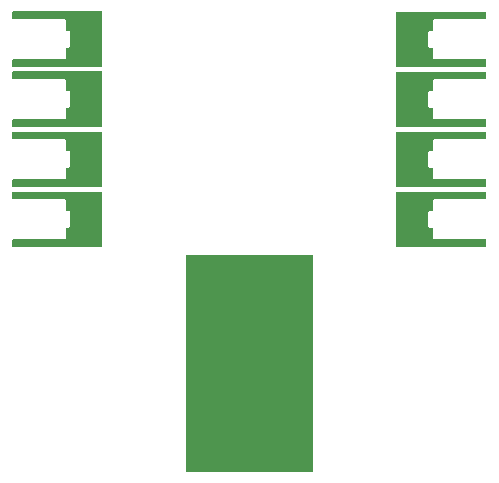
<source format=gbr>
G04 #@! TF.GenerationSoftware,KiCad,Pcbnew,5.1.4*
G04 #@! TF.CreationDate,2022-02-05T09:52:07-07:00*
G04 #@! TF.ProjectId,sleigh,736c6569-6768-42e6-9b69-6361645f7063,rev?*
G04 #@! TF.SameCoordinates,Original*
G04 #@! TF.FileFunction,Soldermask,Top*
G04 #@! TF.FilePolarity,Negative*
%FSLAX46Y46*%
G04 Gerber Fmt 4.6, Leading zero omitted, Abs format (unit mm)*
G04 Created by KiCad (PCBNEW 5.1.4) date 2022-02-05 09:52:07*
%MOMM*%
%LPD*%
G04 APERTURE LIST*
%ADD10C,0.100000*%
G04 APERTURE END LIST*
D10*
G36*
X157734000Y-110744000D02*
G01*
X147066000Y-110744000D01*
X147066000Y-92456000D01*
X157734000Y-92456000D01*
X157734000Y-110744000D01*
G37*
X157734000Y-110744000D02*
X147066000Y-110744000D01*
X147066000Y-92456000D01*
X157734000Y-92456000D01*
X157734000Y-110744000D01*
G36*
X154580000Y-94577000D02*
G01*
X154220000Y-94577000D01*
X154220000Y-92875000D01*
X154580000Y-92875000D01*
X154580000Y-94577000D01*
X154580000Y-94577000D01*
G37*
G36*
X148801000Y-94577000D02*
G01*
X147199000Y-94577000D01*
X147199000Y-92475000D01*
X148801000Y-92475000D01*
X148801000Y-94577000D01*
X148801000Y-94577000D01*
G37*
G36*
X157601000Y-94577000D02*
G01*
X155999000Y-94577000D01*
X155999000Y-92475000D01*
X157601000Y-92475000D01*
X157601000Y-94577000D01*
X157601000Y-94577000D01*
G37*
G36*
X149780000Y-94577000D02*
G01*
X149420000Y-94577000D01*
X149420000Y-92875000D01*
X149780000Y-92875000D01*
X149780000Y-94577000D01*
X149780000Y-94577000D01*
G37*
G36*
X150580000Y-94577000D02*
G01*
X150220000Y-94577000D01*
X150220000Y-92875000D01*
X150580000Y-92875000D01*
X150580000Y-94577000D01*
X150580000Y-94577000D01*
G37*
G36*
X151380000Y-94577000D02*
G01*
X151020000Y-94577000D01*
X151020000Y-92875000D01*
X151380000Y-92875000D01*
X151380000Y-94577000D01*
X151380000Y-94577000D01*
G37*
G36*
X152180000Y-94577000D02*
G01*
X151820000Y-94577000D01*
X151820000Y-92875000D01*
X152180000Y-92875000D01*
X152180000Y-94577000D01*
X152180000Y-94577000D01*
G37*
G36*
X152980000Y-94577000D02*
G01*
X152620000Y-94577000D01*
X152620000Y-92875000D01*
X152980000Y-92875000D01*
X152980000Y-94577000D01*
X152980000Y-94577000D01*
G37*
G36*
X153780000Y-94577000D02*
G01*
X153420000Y-94577000D01*
X153420000Y-92875000D01*
X153780000Y-92875000D01*
X153780000Y-94577000D01*
X153780000Y-94577000D01*
G37*
G36*
X155380000Y-94577000D02*
G01*
X155020000Y-94577000D01*
X155020000Y-92875000D01*
X155380000Y-92875000D01*
X155380000Y-94577000D01*
X155380000Y-94577000D01*
G37*
G36*
X139903999Y-87097737D02*
G01*
X139913608Y-87100652D01*
X139922472Y-87105390D01*
X139930237Y-87111763D01*
X139936610Y-87119528D01*
X139941348Y-87128392D01*
X139944263Y-87138001D01*
X139945852Y-87154140D01*
X139945852Y-88691859D01*
X139944090Y-88709748D01*
X139944090Y-88734252D01*
X139945000Y-88738828D01*
X139945000Y-90158649D01*
X139943488Y-90173999D01*
X139944090Y-90186252D01*
X139945852Y-90204141D01*
X139945852Y-91741860D01*
X139944263Y-91757999D01*
X139941348Y-91767608D01*
X139936610Y-91776472D01*
X139930237Y-91784237D01*
X139922472Y-91790610D01*
X139913608Y-91795348D01*
X139903999Y-91798263D01*
X139887860Y-91799852D01*
X132400140Y-91799852D01*
X132384001Y-91798263D01*
X132374392Y-91795348D01*
X132365528Y-91790610D01*
X132357763Y-91784237D01*
X132351390Y-91776472D01*
X132346652Y-91767608D01*
X132343737Y-91757999D01*
X132342148Y-91741860D01*
X132342148Y-91204140D01*
X132343737Y-91188001D01*
X132346652Y-91178392D01*
X132351390Y-91169528D01*
X132357763Y-91161763D01*
X132365528Y-91155390D01*
X132374392Y-91150652D01*
X132384001Y-91147737D01*
X132400140Y-91146148D01*
X136717149Y-91146148D01*
X136741535Y-91143746D01*
X136764984Y-91136633D01*
X136786595Y-91125082D01*
X136805537Y-91109537D01*
X136821082Y-91090595D01*
X136832633Y-91068984D01*
X136839746Y-91045535D01*
X136842148Y-91021149D01*
X136842148Y-90204140D01*
X136843737Y-90188001D01*
X136846652Y-90178392D01*
X136851390Y-90169528D01*
X136857763Y-90161763D01*
X136865528Y-90155390D01*
X136874392Y-90150652D01*
X136884001Y-90147737D01*
X136900140Y-90146148D01*
X137118001Y-90146148D01*
X137142387Y-90143746D01*
X137165836Y-90136633D01*
X137187447Y-90125082D01*
X137206389Y-90109537D01*
X137221934Y-90090595D01*
X137233485Y-90068984D01*
X137240598Y-90045535D01*
X137243000Y-90021149D01*
X137243000Y-88874851D01*
X137240598Y-88850465D01*
X137233485Y-88827016D01*
X137221934Y-88805405D01*
X137206389Y-88786463D01*
X137187447Y-88770918D01*
X137165836Y-88759367D01*
X137142387Y-88752254D01*
X137118001Y-88749852D01*
X136900140Y-88749852D01*
X136884001Y-88748263D01*
X136874392Y-88745348D01*
X136865528Y-88740610D01*
X136857763Y-88734237D01*
X136851390Y-88726472D01*
X136846652Y-88717608D01*
X136843737Y-88707999D01*
X136842148Y-88691860D01*
X136842148Y-87874851D01*
X136839746Y-87850465D01*
X136832633Y-87827016D01*
X136821082Y-87805405D01*
X136805537Y-87786463D01*
X136786595Y-87770918D01*
X136764984Y-87759367D01*
X136741535Y-87752254D01*
X136717149Y-87749852D01*
X132400140Y-87749852D01*
X132384001Y-87748263D01*
X132374392Y-87745348D01*
X132365528Y-87740610D01*
X132357763Y-87734237D01*
X132351390Y-87726472D01*
X132346652Y-87717608D01*
X132343737Y-87707999D01*
X132342148Y-87691860D01*
X132342148Y-87154140D01*
X132343737Y-87138001D01*
X132346652Y-87128392D01*
X132351390Y-87119528D01*
X132357763Y-87111763D01*
X132365528Y-87105390D01*
X132374392Y-87100652D01*
X132384001Y-87097737D01*
X132400140Y-87096148D01*
X139887860Y-87096148D01*
X139903999Y-87097737D01*
X139903999Y-87097737D01*
G37*
G36*
X172415999Y-87097737D02*
G01*
X172425608Y-87100652D01*
X172434472Y-87105390D01*
X172442237Y-87111763D01*
X172448610Y-87119528D01*
X172453348Y-87128392D01*
X172456263Y-87138001D01*
X172457852Y-87154140D01*
X172457852Y-87691860D01*
X172456263Y-87707999D01*
X172453348Y-87717608D01*
X172448610Y-87726472D01*
X172442237Y-87734237D01*
X172434472Y-87740610D01*
X172425608Y-87745348D01*
X172415999Y-87748263D01*
X172399860Y-87749852D01*
X168082851Y-87749852D01*
X168058465Y-87752254D01*
X168035016Y-87759367D01*
X168013405Y-87770918D01*
X167994463Y-87786463D01*
X167978918Y-87805405D01*
X167967367Y-87827016D01*
X167960254Y-87850465D01*
X167957852Y-87874851D01*
X167957852Y-88691860D01*
X167956263Y-88707999D01*
X167953348Y-88717608D01*
X167948610Y-88726472D01*
X167942237Y-88734237D01*
X167934472Y-88740610D01*
X167925608Y-88745348D01*
X167915999Y-88748263D01*
X167899860Y-88749852D01*
X167681999Y-88749852D01*
X167657613Y-88752254D01*
X167634164Y-88759367D01*
X167612553Y-88770918D01*
X167593611Y-88786463D01*
X167578066Y-88805405D01*
X167566515Y-88827016D01*
X167559402Y-88850465D01*
X167557000Y-88874851D01*
X167557000Y-90021149D01*
X167559402Y-90045535D01*
X167566515Y-90068984D01*
X167578066Y-90090595D01*
X167593611Y-90109537D01*
X167612553Y-90125082D01*
X167634164Y-90136633D01*
X167657613Y-90143746D01*
X167681999Y-90146148D01*
X167899860Y-90146148D01*
X167915999Y-90147737D01*
X167925608Y-90150652D01*
X167934472Y-90155390D01*
X167942237Y-90161763D01*
X167948610Y-90169528D01*
X167953348Y-90178392D01*
X167956263Y-90188001D01*
X167957852Y-90204140D01*
X167957852Y-91021149D01*
X167960254Y-91045535D01*
X167967367Y-91068984D01*
X167978918Y-91090595D01*
X167994463Y-91109537D01*
X168013405Y-91125082D01*
X168035016Y-91136633D01*
X168058465Y-91143746D01*
X168082851Y-91146148D01*
X172399860Y-91146148D01*
X172415999Y-91147737D01*
X172425608Y-91150652D01*
X172434472Y-91155390D01*
X172442237Y-91161763D01*
X172448610Y-91169528D01*
X172453348Y-91178392D01*
X172456263Y-91188001D01*
X172457852Y-91204140D01*
X172457852Y-91741860D01*
X172456263Y-91757999D01*
X172453348Y-91767608D01*
X172448610Y-91776472D01*
X172442237Y-91784237D01*
X172434472Y-91790610D01*
X172425608Y-91795348D01*
X172415999Y-91798263D01*
X172399860Y-91799852D01*
X164912140Y-91799852D01*
X164896001Y-91798263D01*
X164886392Y-91795348D01*
X164877528Y-91790610D01*
X164869763Y-91784237D01*
X164863390Y-91776472D01*
X164858652Y-91767608D01*
X164855737Y-91757999D01*
X164854148Y-91741860D01*
X164854148Y-90204141D01*
X164855910Y-90186252D01*
X164855910Y-90161748D01*
X164855000Y-90157172D01*
X164855000Y-88737351D01*
X164856512Y-88722001D01*
X164855910Y-88709748D01*
X164854148Y-88691859D01*
X164854148Y-87154140D01*
X164855737Y-87138001D01*
X164858652Y-87128392D01*
X164863390Y-87119528D01*
X164869763Y-87111763D01*
X164877528Y-87105390D01*
X164886392Y-87100652D01*
X164896001Y-87097737D01*
X164912140Y-87096148D01*
X172399860Y-87096148D01*
X172415999Y-87097737D01*
X172415999Y-87097737D01*
G37*
G36*
X172415999Y-82017737D02*
G01*
X172425608Y-82020652D01*
X172434472Y-82025390D01*
X172442237Y-82031763D01*
X172448610Y-82039528D01*
X172453348Y-82048392D01*
X172456263Y-82058001D01*
X172457852Y-82074140D01*
X172457852Y-82611860D01*
X172456263Y-82627999D01*
X172453348Y-82637608D01*
X172448610Y-82646472D01*
X172442237Y-82654237D01*
X172434472Y-82660610D01*
X172425608Y-82665348D01*
X172415999Y-82668263D01*
X172399860Y-82669852D01*
X168082851Y-82669852D01*
X168058465Y-82672254D01*
X168035016Y-82679367D01*
X168013405Y-82690918D01*
X167994463Y-82706463D01*
X167978918Y-82725405D01*
X167967367Y-82747016D01*
X167960254Y-82770465D01*
X167957852Y-82794851D01*
X167957852Y-83611860D01*
X167956263Y-83627999D01*
X167953348Y-83637608D01*
X167948610Y-83646472D01*
X167942237Y-83654237D01*
X167934472Y-83660610D01*
X167925608Y-83665348D01*
X167915999Y-83668263D01*
X167899860Y-83669852D01*
X167681999Y-83669852D01*
X167657613Y-83672254D01*
X167634164Y-83679367D01*
X167612553Y-83690918D01*
X167593611Y-83706463D01*
X167578066Y-83725405D01*
X167566515Y-83747016D01*
X167559402Y-83770465D01*
X167557000Y-83794851D01*
X167557000Y-84941149D01*
X167559402Y-84965535D01*
X167566515Y-84988984D01*
X167578066Y-85010595D01*
X167593611Y-85029537D01*
X167612553Y-85045082D01*
X167634164Y-85056633D01*
X167657613Y-85063746D01*
X167681999Y-85066148D01*
X167899860Y-85066148D01*
X167915999Y-85067737D01*
X167925608Y-85070652D01*
X167934472Y-85075390D01*
X167942237Y-85081763D01*
X167948610Y-85089528D01*
X167953348Y-85098392D01*
X167956263Y-85108001D01*
X167957852Y-85124140D01*
X167957852Y-85941149D01*
X167960254Y-85965535D01*
X167967367Y-85988984D01*
X167978918Y-86010595D01*
X167994463Y-86029537D01*
X168013405Y-86045082D01*
X168035016Y-86056633D01*
X168058465Y-86063746D01*
X168082851Y-86066148D01*
X172399860Y-86066148D01*
X172415999Y-86067737D01*
X172425608Y-86070652D01*
X172434472Y-86075390D01*
X172442237Y-86081763D01*
X172448610Y-86089528D01*
X172453348Y-86098392D01*
X172456263Y-86108001D01*
X172457852Y-86124140D01*
X172457852Y-86661860D01*
X172456263Y-86677999D01*
X172453348Y-86687608D01*
X172448610Y-86696472D01*
X172442237Y-86704237D01*
X172434472Y-86710610D01*
X172425608Y-86715348D01*
X172415999Y-86718263D01*
X172399860Y-86719852D01*
X164912140Y-86719852D01*
X164896001Y-86718263D01*
X164886392Y-86715348D01*
X164877528Y-86710610D01*
X164869763Y-86704237D01*
X164863390Y-86696472D01*
X164858652Y-86687608D01*
X164855737Y-86677999D01*
X164854148Y-86661860D01*
X164854148Y-85124141D01*
X164855910Y-85106252D01*
X164855910Y-85081748D01*
X164855000Y-85077172D01*
X164855000Y-83657351D01*
X164856512Y-83642001D01*
X164855910Y-83629748D01*
X164854148Y-83611859D01*
X164854148Y-82074140D01*
X164855737Y-82058001D01*
X164858652Y-82048392D01*
X164863390Y-82039528D01*
X164869763Y-82031763D01*
X164877528Y-82025390D01*
X164886392Y-82020652D01*
X164896001Y-82017737D01*
X164912140Y-82016148D01*
X172399860Y-82016148D01*
X172415999Y-82017737D01*
X172415999Y-82017737D01*
G37*
G36*
X139903999Y-82017737D02*
G01*
X139913608Y-82020652D01*
X139922472Y-82025390D01*
X139930237Y-82031763D01*
X139936610Y-82039528D01*
X139941348Y-82048392D01*
X139944263Y-82058001D01*
X139945852Y-82074140D01*
X139945852Y-83611859D01*
X139944090Y-83629748D01*
X139944090Y-83654252D01*
X139945000Y-83658828D01*
X139945000Y-85078649D01*
X139943488Y-85093999D01*
X139944090Y-85106252D01*
X139945852Y-85124141D01*
X139945852Y-86661860D01*
X139944263Y-86677999D01*
X139941348Y-86687608D01*
X139936610Y-86696472D01*
X139930237Y-86704237D01*
X139922472Y-86710610D01*
X139913608Y-86715348D01*
X139903999Y-86718263D01*
X139887860Y-86719852D01*
X132400140Y-86719852D01*
X132384001Y-86718263D01*
X132374392Y-86715348D01*
X132365528Y-86710610D01*
X132357763Y-86704237D01*
X132351390Y-86696472D01*
X132346652Y-86687608D01*
X132343737Y-86677999D01*
X132342148Y-86661860D01*
X132342148Y-86124140D01*
X132343737Y-86108001D01*
X132346652Y-86098392D01*
X132351390Y-86089528D01*
X132357763Y-86081763D01*
X132365528Y-86075390D01*
X132374392Y-86070652D01*
X132384001Y-86067737D01*
X132400140Y-86066148D01*
X136717149Y-86066148D01*
X136741535Y-86063746D01*
X136764984Y-86056633D01*
X136786595Y-86045082D01*
X136805537Y-86029537D01*
X136821082Y-86010595D01*
X136832633Y-85988984D01*
X136839746Y-85965535D01*
X136842148Y-85941149D01*
X136842148Y-85124140D01*
X136843737Y-85108001D01*
X136846652Y-85098392D01*
X136851390Y-85089528D01*
X136857763Y-85081763D01*
X136865528Y-85075390D01*
X136874392Y-85070652D01*
X136884001Y-85067737D01*
X136900140Y-85066148D01*
X137118001Y-85066148D01*
X137142387Y-85063746D01*
X137165836Y-85056633D01*
X137187447Y-85045082D01*
X137206389Y-85029537D01*
X137221934Y-85010595D01*
X137233485Y-84988984D01*
X137240598Y-84965535D01*
X137243000Y-84941149D01*
X137243000Y-83794851D01*
X137240598Y-83770465D01*
X137233485Y-83747016D01*
X137221934Y-83725405D01*
X137206389Y-83706463D01*
X137187447Y-83690918D01*
X137165836Y-83679367D01*
X137142387Y-83672254D01*
X137118001Y-83669852D01*
X136900140Y-83669852D01*
X136884001Y-83668263D01*
X136874392Y-83665348D01*
X136865528Y-83660610D01*
X136857763Y-83654237D01*
X136851390Y-83646472D01*
X136846652Y-83637608D01*
X136843737Y-83627999D01*
X136842148Y-83611860D01*
X136842148Y-82794851D01*
X136839746Y-82770465D01*
X136832633Y-82747016D01*
X136821082Y-82725405D01*
X136805537Y-82706463D01*
X136786595Y-82690918D01*
X136764984Y-82679367D01*
X136741535Y-82672254D01*
X136717149Y-82669852D01*
X132400140Y-82669852D01*
X132384001Y-82668263D01*
X132374392Y-82665348D01*
X132365528Y-82660610D01*
X132357763Y-82654237D01*
X132351390Y-82646472D01*
X132346652Y-82637608D01*
X132343737Y-82627999D01*
X132342148Y-82611860D01*
X132342148Y-82074140D01*
X132343737Y-82058001D01*
X132346652Y-82048392D01*
X132351390Y-82039528D01*
X132357763Y-82031763D01*
X132365528Y-82025390D01*
X132374392Y-82020652D01*
X132384001Y-82017737D01*
X132400140Y-82016148D01*
X139887860Y-82016148D01*
X139903999Y-82017737D01*
X139903999Y-82017737D01*
G37*
G36*
X172415999Y-76937737D02*
G01*
X172425608Y-76940652D01*
X172434472Y-76945390D01*
X172442237Y-76951763D01*
X172448610Y-76959528D01*
X172453348Y-76968392D01*
X172456263Y-76978001D01*
X172457852Y-76994140D01*
X172457852Y-77531860D01*
X172456263Y-77547999D01*
X172453348Y-77557608D01*
X172448610Y-77566472D01*
X172442237Y-77574237D01*
X172434472Y-77580610D01*
X172425608Y-77585348D01*
X172415999Y-77588263D01*
X172399860Y-77589852D01*
X168082851Y-77589852D01*
X168058465Y-77592254D01*
X168035016Y-77599367D01*
X168013405Y-77610918D01*
X167994463Y-77626463D01*
X167978918Y-77645405D01*
X167967367Y-77667016D01*
X167960254Y-77690465D01*
X167957852Y-77714851D01*
X167957852Y-78531860D01*
X167956263Y-78547999D01*
X167953348Y-78557608D01*
X167948610Y-78566472D01*
X167942237Y-78574237D01*
X167934472Y-78580610D01*
X167925608Y-78585348D01*
X167915999Y-78588263D01*
X167899860Y-78589852D01*
X167681999Y-78589852D01*
X167657613Y-78592254D01*
X167634164Y-78599367D01*
X167612553Y-78610918D01*
X167593611Y-78626463D01*
X167578066Y-78645405D01*
X167566515Y-78667016D01*
X167559402Y-78690465D01*
X167557000Y-78714851D01*
X167557000Y-79861149D01*
X167559402Y-79885535D01*
X167566515Y-79908984D01*
X167578066Y-79930595D01*
X167593611Y-79949537D01*
X167612553Y-79965082D01*
X167634164Y-79976633D01*
X167657613Y-79983746D01*
X167681999Y-79986148D01*
X167899860Y-79986148D01*
X167915999Y-79987737D01*
X167925608Y-79990652D01*
X167934472Y-79995390D01*
X167942237Y-80001763D01*
X167948610Y-80009528D01*
X167953348Y-80018392D01*
X167956263Y-80028001D01*
X167957852Y-80044140D01*
X167957852Y-80861149D01*
X167960254Y-80885535D01*
X167967367Y-80908984D01*
X167978918Y-80930595D01*
X167994463Y-80949537D01*
X168013405Y-80965082D01*
X168035016Y-80976633D01*
X168058465Y-80983746D01*
X168082851Y-80986148D01*
X172399860Y-80986148D01*
X172415999Y-80987737D01*
X172425608Y-80990652D01*
X172434472Y-80995390D01*
X172442237Y-81001763D01*
X172448610Y-81009528D01*
X172453348Y-81018392D01*
X172456263Y-81028001D01*
X172457852Y-81044140D01*
X172457852Y-81581860D01*
X172456263Y-81597999D01*
X172453348Y-81607608D01*
X172448610Y-81616472D01*
X172442237Y-81624237D01*
X172434472Y-81630610D01*
X172425608Y-81635348D01*
X172415999Y-81638263D01*
X172399860Y-81639852D01*
X164912140Y-81639852D01*
X164896001Y-81638263D01*
X164886392Y-81635348D01*
X164877528Y-81630610D01*
X164869763Y-81624237D01*
X164863390Y-81616472D01*
X164858652Y-81607608D01*
X164855737Y-81597999D01*
X164854148Y-81581860D01*
X164854148Y-80044141D01*
X164855910Y-80026252D01*
X164855910Y-80001748D01*
X164855000Y-79997172D01*
X164855000Y-78577351D01*
X164856512Y-78562001D01*
X164855910Y-78549748D01*
X164854148Y-78531859D01*
X164854148Y-76994140D01*
X164855737Y-76978001D01*
X164858652Y-76968392D01*
X164863390Y-76959528D01*
X164869763Y-76951763D01*
X164877528Y-76945390D01*
X164886392Y-76940652D01*
X164896001Y-76937737D01*
X164912140Y-76936148D01*
X172399860Y-76936148D01*
X172415999Y-76937737D01*
X172415999Y-76937737D01*
G37*
G36*
X139903999Y-76929737D02*
G01*
X139913608Y-76932652D01*
X139922472Y-76937390D01*
X139930237Y-76943763D01*
X139936610Y-76951528D01*
X139941348Y-76960392D01*
X139944263Y-76970001D01*
X139945852Y-76986140D01*
X139945852Y-78523859D01*
X139944090Y-78541748D01*
X139944090Y-78566252D01*
X139945000Y-78570828D01*
X139945000Y-79990649D01*
X139943488Y-80005999D01*
X139944090Y-80018252D01*
X139945852Y-80036141D01*
X139945852Y-81573860D01*
X139944263Y-81589999D01*
X139941348Y-81599608D01*
X139936610Y-81608472D01*
X139930237Y-81616237D01*
X139922472Y-81622610D01*
X139913608Y-81627348D01*
X139903999Y-81630263D01*
X139887860Y-81631852D01*
X132400140Y-81631852D01*
X132384001Y-81630263D01*
X132374392Y-81627348D01*
X132365528Y-81622610D01*
X132357763Y-81616237D01*
X132351390Y-81608472D01*
X132346652Y-81599608D01*
X132343737Y-81589999D01*
X132342148Y-81573860D01*
X132342148Y-81036140D01*
X132343737Y-81020001D01*
X132346652Y-81010392D01*
X132351390Y-81001528D01*
X132357763Y-80993763D01*
X132365528Y-80987390D01*
X132374392Y-80982652D01*
X132384001Y-80979737D01*
X132400140Y-80978148D01*
X136717149Y-80978148D01*
X136741535Y-80975746D01*
X136764984Y-80968633D01*
X136786595Y-80957082D01*
X136805537Y-80941537D01*
X136821082Y-80922595D01*
X136832633Y-80900984D01*
X136839746Y-80877535D01*
X136842148Y-80853149D01*
X136842148Y-80036140D01*
X136843737Y-80020001D01*
X136846652Y-80010392D01*
X136851390Y-80001528D01*
X136857763Y-79993763D01*
X136865528Y-79987390D01*
X136874392Y-79982652D01*
X136884001Y-79979737D01*
X136900140Y-79978148D01*
X137118001Y-79978148D01*
X137142387Y-79975746D01*
X137165836Y-79968633D01*
X137187447Y-79957082D01*
X137206389Y-79941537D01*
X137221934Y-79922595D01*
X137233485Y-79900984D01*
X137240598Y-79877535D01*
X137243000Y-79853149D01*
X137243000Y-78706851D01*
X137240598Y-78682465D01*
X137233485Y-78659016D01*
X137221934Y-78637405D01*
X137206389Y-78618463D01*
X137187447Y-78602918D01*
X137165836Y-78591367D01*
X137142387Y-78584254D01*
X137118001Y-78581852D01*
X136900140Y-78581852D01*
X136884001Y-78580263D01*
X136874392Y-78577348D01*
X136865528Y-78572610D01*
X136857763Y-78566237D01*
X136851390Y-78558472D01*
X136846652Y-78549608D01*
X136843737Y-78539999D01*
X136842148Y-78523860D01*
X136842148Y-77706851D01*
X136839746Y-77682465D01*
X136832633Y-77659016D01*
X136821082Y-77637405D01*
X136805537Y-77618463D01*
X136786595Y-77602918D01*
X136764984Y-77591367D01*
X136741535Y-77584254D01*
X136717149Y-77581852D01*
X132400140Y-77581852D01*
X132384001Y-77580263D01*
X132374392Y-77577348D01*
X132365528Y-77572610D01*
X132357763Y-77566237D01*
X132351390Y-77558472D01*
X132346652Y-77549608D01*
X132343737Y-77539999D01*
X132342148Y-77523860D01*
X132342148Y-76986140D01*
X132343737Y-76970001D01*
X132346652Y-76960392D01*
X132351390Y-76951528D01*
X132357763Y-76943763D01*
X132365528Y-76937390D01*
X132374392Y-76932652D01*
X132384001Y-76929737D01*
X132400140Y-76928148D01*
X139887860Y-76928148D01*
X139903999Y-76929737D01*
X139903999Y-76929737D01*
G37*
G36*
X172415999Y-71857737D02*
G01*
X172425608Y-71860652D01*
X172434472Y-71865390D01*
X172442237Y-71871763D01*
X172448610Y-71879528D01*
X172453348Y-71888392D01*
X172456263Y-71898001D01*
X172457852Y-71914140D01*
X172457852Y-72451860D01*
X172456263Y-72467999D01*
X172453348Y-72477608D01*
X172448610Y-72486472D01*
X172442237Y-72494237D01*
X172434472Y-72500610D01*
X172425608Y-72505348D01*
X172415999Y-72508263D01*
X172399860Y-72509852D01*
X168082851Y-72509852D01*
X168058465Y-72512254D01*
X168035016Y-72519367D01*
X168013405Y-72530918D01*
X167994463Y-72546463D01*
X167978918Y-72565405D01*
X167967367Y-72587016D01*
X167960254Y-72610465D01*
X167957852Y-72634851D01*
X167957852Y-73451860D01*
X167956263Y-73467999D01*
X167953348Y-73477608D01*
X167948610Y-73486472D01*
X167942237Y-73494237D01*
X167934472Y-73500610D01*
X167925608Y-73505348D01*
X167915999Y-73508263D01*
X167899860Y-73509852D01*
X167681999Y-73509852D01*
X167657613Y-73512254D01*
X167634164Y-73519367D01*
X167612553Y-73530918D01*
X167593611Y-73546463D01*
X167578066Y-73565405D01*
X167566515Y-73587016D01*
X167559402Y-73610465D01*
X167557000Y-73634851D01*
X167557000Y-74781149D01*
X167559402Y-74805535D01*
X167566515Y-74828984D01*
X167578066Y-74850595D01*
X167593611Y-74869537D01*
X167612553Y-74885082D01*
X167634164Y-74896633D01*
X167657613Y-74903746D01*
X167681999Y-74906148D01*
X167899860Y-74906148D01*
X167915999Y-74907737D01*
X167925608Y-74910652D01*
X167934472Y-74915390D01*
X167942237Y-74921763D01*
X167948610Y-74929528D01*
X167953348Y-74938392D01*
X167956263Y-74948001D01*
X167957852Y-74964140D01*
X167957852Y-75781149D01*
X167960254Y-75805535D01*
X167967367Y-75828984D01*
X167978918Y-75850595D01*
X167994463Y-75869537D01*
X168013405Y-75885082D01*
X168035016Y-75896633D01*
X168058465Y-75903746D01*
X168082851Y-75906148D01*
X172399860Y-75906148D01*
X172415999Y-75907737D01*
X172425608Y-75910652D01*
X172434472Y-75915390D01*
X172442237Y-75921763D01*
X172448610Y-75929528D01*
X172453348Y-75938392D01*
X172456263Y-75948001D01*
X172457852Y-75964140D01*
X172457852Y-76501860D01*
X172456263Y-76517999D01*
X172453348Y-76527608D01*
X172448610Y-76536472D01*
X172442237Y-76544237D01*
X172434472Y-76550610D01*
X172425608Y-76555348D01*
X172415999Y-76558263D01*
X172399860Y-76559852D01*
X164912140Y-76559852D01*
X164896001Y-76558263D01*
X164886392Y-76555348D01*
X164877528Y-76550610D01*
X164869763Y-76544237D01*
X164863390Y-76536472D01*
X164858652Y-76527608D01*
X164855737Y-76517999D01*
X164854148Y-76501860D01*
X164854148Y-74964141D01*
X164855910Y-74946252D01*
X164855910Y-74921748D01*
X164855000Y-74917172D01*
X164855000Y-73497351D01*
X164856512Y-73482001D01*
X164855910Y-73469748D01*
X164854148Y-73451859D01*
X164854148Y-71914140D01*
X164855737Y-71898001D01*
X164858652Y-71888392D01*
X164863390Y-71879528D01*
X164869763Y-71871763D01*
X164877528Y-71865390D01*
X164886392Y-71860652D01*
X164896001Y-71857737D01*
X164912140Y-71856148D01*
X172399860Y-71856148D01*
X172415999Y-71857737D01*
X172415999Y-71857737D01*
G37*
G36*
X139903999Y-71849737D02*
G01*
X139913608Y-71852652D01*
X139922472Y-71857390D01*
X139930237Y-71863763D01*
X139936610Y-71871528D01*
X139941348Y-71880392D01*
X139944263Y-71890001D01*
X139945852Y-71906140D01*
X139945852Y-73443859D01*
X139944090Y-73461748D01*
X139944090Y-73486252D01*
X139945000Y-73490828D01*
X139945000Y-74910649D01*
X139943488Y-74925999D01*
X139944090Y-74938252D01*
X139945852Y-74956141D01*
X139945852Y-76493860D01*
X139944263Y-76509999D01*
X139941348Y-76519608D01*
X139936610Y-76528472D01*
X139930237Y-76536237D01*
X139922472Y-76542610D01*
X139913608Y-76547348D01*
X139903999Y-76550263D01*
X139887860Y-76551852D01*
X132400140Y-76551852D01*
X132384001Y-76550263D01*
X132374392Y-76547348D01*
X132365528Y-76542610D01*
X132357763Y-76536237D01*
X132351390Y-76528472D01*
X132346652Y-76519608D01*
X132343737Y-76509999D01*
X132342148Y-76493860D01*
X132342148Y-75956140D01*
X132343737Y-75940001D01*
X132346652Y-75930392D01*
X132351390Y-75921528D01*
X132357763Y-75913763D01*
X132365528Y-75907390D01*
X132374392Y-75902652D01*
X132384001Y-75899737D01*
X132400140Y-75898148D01*
X136717149Y-75898148D01*
X136741535Y-75895746D01*
X136764984Y-75888633D01*
X136786595Y-75877082D01*
X136805537Y-75861537D01*
X136821082Y-75842595D01*
X136832633Y-75820984D01*
X136839746Y-75797535D01*
X136842148Y-75773149D01*
X136842148Y-74956140D01*
X136843737Y-74940001D01*
X136846652Y-74930392D01*
X136851390Y-74921528D01*
X136857763Y-74913763D01*
X136865528Y-74907390D01*
X136874392Y-74902652D01*
X136884001Y-74899737D01*
X136900140Y-74898148D01*
X137118001Y-74898148D01*
X137142387Y-74895746D01*
X137165836Y-74888633D01*
X137187447Y-74877082D01*
X137206389Y-74861537D01*
X137221934Y-74842595D01*
X137233485Y-74820984D01*
X137240598Y-74797535D01*
X137243000Y-74773149D01*
X137243000Y-73626851D01*
X137240598Y-73602465D01*
X137233485Y-73579016D01*
X137221934Y-73557405D01*
X137206389Y-73538463D01*
X137187447Y-73522918D01*
X137165836Y-73511367D01*
X137142387Y-73504254D01*
X137118001Y-73501852D01*
X136900140Y-73501852D01*
X136884001Y-73500263D01*
X136874392Y-73497348D01*
X136865528Y-73492610D01*
X136857763Y-73486237D01*
X136851390Y-73478472D01*
X136846652Y-73469608D01*
X136843737Y-73459999D01*
X136842148Y-73443860D01*
X136842148Y-72626851D01*
X136839746Y-72602465D01*
X136832633Y-72579016D01*
X136821082Y-72557405D01*
X136805537Y-72538463D01*
X136786595Y-72522918D01*
X136764984Y-72511367D01*
X136741535Y-72504254D01*
X136717149Y-72501852D01*
X132400140Y-72501852D01*
X132384001Y-72500263D01*
X132374392Y-72497348D01*
X132365528Y-72492610D01*
X132357763Y-72486237D01*
X132351390Y-72478472D01*
X132346652Y-72469608D01*
X132343737Y-72459999D01*
X132342148Y-72443860D01*
X132342148Y-71906140D01*
X132343737Y-71890001D01*
X132346652Y-71880392D01*
X132351390Y-71871528D01*
X132357763Y-71863763D01*
X132365528Y-71857390D01*
X132374392Y-71852652D01*
X132384001Y-71849737D01*
X132400140Y-71848148D01*
X139887860Y-71848148D01*
X139903999Y-71849737D01*
X139903999Y-71849737D01*
G37*
M02*

</source>
